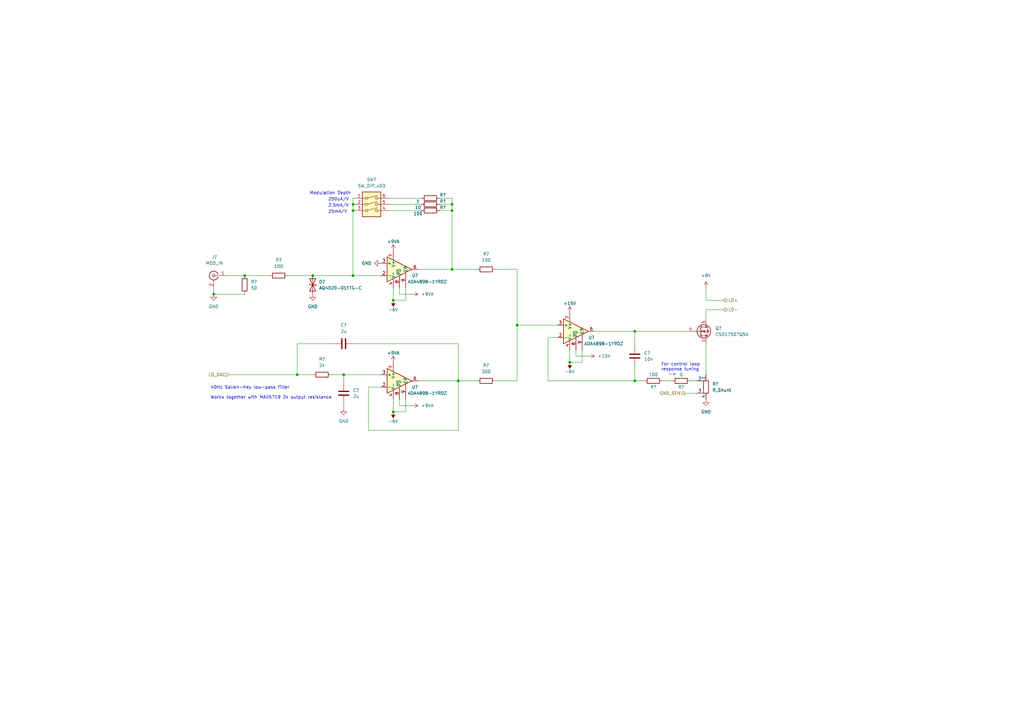
<source format=kicad_sch>
(kicad_sch (version 20211123) (generator eeschema)
  (paper "A3")
  (lib_symbols
    (symbol "Amplifier_Operational:ADA4898-1YRDZ" (pin_names (offset 0.127))
      (property "Reference" "U" (at 3.81 3.81 0))
      (property "Value" "ADA4898-1YRDZ" (at 11.43 -2.54 0))
      (symbol "ADA4898-1YRDZ_1_1"
        (polyline (pts (xy -5.08 5.08) (xy 5.08 0) (xy -5.08 -5.08) (xy -5.08 5.08)) (stroke (width 0.254)) (fill (type background)))
        (pin input line (at -7.62 -2.54 0) (length 2.54) (name "-") (number "2"))
        (pin input line (at -7.62 2.54 0) (length 2.54) (name "+") (number "3"))
        (pin power_in line (at -2.54 -7.62 90) (length 3.81) (name "V-") (number "4"))
        (pin output line (at 7.62 0 180) (length 2.54) (name "~") (number "6"))
        (pin power_in line (at -2.54 7.62 270) (length 3.81) (name "V+") (number "7"))
        (pin input line (at 0 -7.62 90) (length 5.08) (name "~{PD}") (number "8"))
        (pin passive line (at 2.54 -7.62 90) (length 6.35) (name "EP") (number "9"))
      )
    )
    (symbol "Connector:Conn_Coaxial" (pin_names (offset 1.016) hide)
      (property "Reference" "J" (at 0.254 3.048 0))
      (property "Value" "Conn_Coaxial" (at 2.921 0 90))
      (symbol "Conn_Coaxial_0_1"
        (arc (start -1.778 -0.508) (mid 0.2311 -1.8066) (end 1.778 0) (stroke (width 0.254)))
        (polyline (pts (xy -2.54 0) (xy -0.508 0)))
        (polyline (pts (xy 0 -2.54) (xy 0 -1.778)))
        (circle (center 0 0) (radius 0.508) (stroke (width 0.2032)))
        (arc (start 1.778 0) (mid 0.2099 1.8101) (end -1.778 0.508) (stroke (width 0.254)))
      )
      (symbol "Conn_Coaxial_1_1"
        (pin passive line (at -5.08 0 0) (length 2.54) (name "In") (number "1"))
        (pin passive line (at 0 -5.08 90) (length 2.54) (name "Ext") (number "2"))
      )
    )
    (symbol "Device:C" (pin_numbers hide) (pin_names (offset 0.254))
      (property "Reference" "C" (at 0.635 2.54 0))
      (property "Value" "C" (at 0.635 -2.54 0))
      (symbol "C_0_1"
        (polyline (pts (xy -2.032 -0.762) (xy 2.032 -0.762)) (stroke (width 0.508)))
        (polyline (pts (xy -2.032 0.762) (xy 2.032 0.762)) (stroke (width 0.508)))
      )
      (symbol "C_1_1"
        (pin passive line (at 0 3.81 270) (length 2.794) (name "~") (number "1"))
        (pin passive line (at 0 -3.81 90) (length 2.794) (name "~") (number "2"))
      )
    )
    (symbol "Device:D_TVS" (pin_numbers hide) (pin_names (offset 1.016) hide)
      (property "Reference" "D" (at 0 2.54 0))
      (property "Value" "D_TVS" (at 0 -2.54 0))
      (symbol "D_TVS_0_1"
        (polyline (pts (xy 1.27 0) (xy -1.27 0)))
        (polyline (pts (xy 0.508 1.27) (xy 0 1.27) (xy 0 -1.27) (xy -0.508 -1.27)) (stroke (width 0.254)))
        (polyline (pts (xy -2.54 1.27) (xy -2.54 -1.27) (xy 2.54 1.27) (xy 2.54 -1.27) (xy -2.54 1.27)) (stroke (width 0.254)))
      )
      (symbol "D_TVS_1_1"
        (pin passive line (at -3.81 0 0) (length 2.54) (name "A1") (number "1"))
        (pin passive line (at 3.81 0 180) (length 2.54) (name "A2") (number "2"))
      )
    )
    (symbol "Device:R" (pin_numbers hide) (pin_names (offset 0))
      (property "Reference" "R" (at 2.032 0 90))
      (property "Value" "R" (at 0 0 90))
      (symbol "R_0_1"
        (rectangle (start -1.016 -2.54) (end 1.016 2.54) (stroke (width 0.254)))
      )
      (symbol "R_1_1"
        (pin passive line (at 0 3.81 270) (length 1.27) (name "~") (number "1"))
        (pin passive line (at 0 -3.81 90) (length 1.27) (name "~") (number "2"))
      )
    )
    (symbol "Device:R_Shunt" (pin_numbers hide) (pin_names (offset 0))
      (property "Reference" "R" (at -4.445 0 90))
      (property "Value" "R_Shunt" (at -2.54 0 90))
      (symbol "R_Shunt_0_1"
        (rectangle (start -1.016 -2.54) (end 1.016 2.54) (stroke (width 0.254)))
        (polyline (pts (xy 0 -2.54) (xy 1.27 -2.54)))
        (polyline (pts (xy 1.27 2.54) (xy 0 2.54)))
      )
      (symbol "R_Shunt_1_1"
        (pin passive line (at 0 5.08 270) (length 2.54) (name "1") (number "1"))
        (pin passive line (at 3.81 2.54 180) (length 2.54) (name "2") (number "2"))
        (pin passive line (at 3.81 -2.54 180) (length 2.54) (name "3") (number "3"))
        (pin passive line (at 0 -5.08 90) (length 2.54) (name "4") (number "4"))
      )
    )
    (symbol "Switch:SW_DIP_x03" (pin_names (offset 0) hide)
      (property "Reference" "SW" (at 0 8.89 0))
      (property "Value" "SW_DIP_x03" (at 0 -3.81 0))
      (symbol "SW_DIP_x03_0_0"
        (circle (center -2.032 0) (radius 0.508))
        (circle (center -2.032 2.54) (radius 0.508))
        (circle (center -2.032 5.08) (radius 0.508))
        (polyline (pts (xy -1.524 0.127) (xy 2.3622 1.1684)))
        (polyline (pts (xy -1.524 2.667) (xy 2.3622 3.7084)))
        (polyline (pts (xy -1.524 5.207) (xy 2.3622 6.2484)))
        (circle (center 2.032 0) (radius 0.508))
        (circle (center 2.032 2.54) (radius 0.508))
        (circle (center 2.032 5.08) (radius 0.508))
      )
      (symbol "SW_DIP_x03_0_1"
        (rectangle (start -3.81 7.62) (end 3.81 -2.54) (stroke (width 0.254)) (fill (type background)))
      )
      (symbol "SW_DIP_x03_1_1"
        (pin passive line (at -7.62 5.08 0) (length 5.08) (name "~") (number "1"))
        (pin passive line (at -7.62 2.54 0) (length 5.08) (name "~") (number "2"))
        (pin passive line (at -7.62 0 0) (length 5.08) (name "~") (number "3"))
        (pin passive line (at 7.62 0 180) (length 5.08) (name "~") (number "4"))
        (pin passive line (at 7.62 2.54 180) (length 5.08) (name "~") (number "5"))
        (pin passive line (at 7.62 5.08 180) (length 5.08) (name "~") (number "6"))
      )
    )
    (symbol "Transistor_FET:CSD17507Q5A" (pin_names hide)
      (property "Reference" "Q" (at 5.08 1.905 0))
      (property "Value" "CSD17507Q5A" (at 5.08 0 0))
      (symbol "CSD17507Q5A_0_1"
        (polyline (pts (xy 0.254 0) (xy -2.54 0)))
        (polyline (pts (xy 0.254 1.905) (xy 0.254 -1.905)) (stroke (width 0.254)))
        (polyline (pts (xy 0.762 -1.27) (xy 0.762 -2.286)) (stroke (width 0.254)))
        (polyline (pts (xy 0.762 0.508) (xy 0.762 -0.508)) (stroke (width 0.254)))
        (polyline (pts (xy 0.762 2.286) (xy 0.762 1.27)) (stroke (width 0.254)))
        (polyline (pts (xy 2.54 2.54) (xy 2.54 1.778)))
        (polyline (pts (xy 2.54 -2.54) (xy 2.54 0) (xy 0.762 0)))
        (polyline (pts (xy 0.762 -1.778) (xy 3.302 -1.778) (xy 3.302 1.778) (xy 0.762 1.778)))
        (polyline (pts (xy 1.016 0) (xy 2.032 0.381) (xy 2.032 -0.381) (xy 1.016 0)) (fill (type outline)))
        (polyline (pts (xy 2.794 0.508) (xy 2.921 0.381) (xy 3.683 0.381) (xy 3.81 0.254)))
        (polyline (pts (xy 3.302 0.381) (xy 2.921 -0.254) (xy 3.683 -0.254) (xy 3.302 0.381)))
        (circle (center 1.651 0) (radius 2.794) (stroke (width 0.254)))
        (circle (center 2.54 -1.778) (radius 0.254) (fill (type outline)))
        (circle (center 2.54 1.778) (radius 0.254) (fill (type outline)))
      )
      (symbol "CSD17507Q5A_1_1"
        (pin passive line (at 2.54 -5.08 90) (length 2.54) (name "S") (number "1"))
        (pin passive line (at 2.54 -5.08 90) (length 2.54) hide (name "S") (number "2"))
        (pin passive line (at 2.54 -5.08 90) (length 2.54) hide (name "S") (number "3"))
        (pin passive line (at -5.08 0 0) (length 2.54) (name "G") (number "4"))
        (pin passive line (at 2.54 5.08 270) (length 2.54) (name "D") (number "5"))
      )
    )
    (symbol "power:+15V" (power) (pin_names (offset 0))
      (property "Value" "+15V" (at 0 3.556 0))
      (symbol "+15V_0_1"
        (polyline (pts (xy -0.762 1.27) (xy 0 2.54)))
        (polyline (pts (xy 0 0) (xy 0 2.54)))
        (polyline (pts (xy 0 2.54) (xy 0.762 1.27)))
      )
      (symbol "+15V_1_1"
        (pin power_in line (at 0 0 90) (length 0) hide (name "+15V") (number "1"))
      )
    )
    (symbol "power:+8V" (power) (pin_names (offset 0))
      (property "Value" "+8V" (at 0 3.556 0))
      (symbol "+8V_0_1"
        (polyline (pts (xy -0.762 1.27) (xy 0 2.54)))
        (polyline (pts (xy 0 0) (xy 0 2.54)))
        (polyline (pts (xy 0 2.54) (xy 0.762 1.27)))
      )
      (symbol "+8V_1_1"
        (pin power_in line (at 0 0 90) (length 0) hide (name "+8V") (number "1"))
      )
    )
    (symbol "power:+9VA" (power) (pin_names (offset 0))
      (property "Value" "+9VA" (at 0 3.81 0))
      (symbol "+9VA_0_1"
        (polyline (pts (xy -0.762 1.27) (xy 0 2.54)))
        (polyline (pts (xy 0 0) (xy 0 2.54)))
        (polyline (pts (xy 0 2.54) (xy 0.762 1.27)))
      )
      (symbol "+9VA_1_1"
        (pin power_in line (at 0 0 90) (length 0) hide (name "+9VA") (number "1"))
      )
    )
    (symbol "power:-6V" (power) (pin_names (offset 0))
      (property "Value" "-6V" (at 0 3.81 0))
      (symbol "-6V_0_0"
        (pin power_in line (at 0 0 90) (length 0) hide (name "-6V") (number "1"))
      )
      (symbol "-6V_0_1"
        (polyline (pts (xy 0 0) (xy 0 1.27) (xy 0.762 1.27) (xy 0 2.54) (xy -0.762 1.27) (xy 0 1.27)) (fill (type outline)))
      )
    )
    (symbol "power:GND" (power) (pin_names (offset 0))
      (property "Value" "GND" (at 0 -3.81 0))
      (symbol "GND_0_1"
        (polyline (pts (xy 0 0) (xy 0 -1.27) (xy 1.27 -1.27) (xy 0 -2.54) (xy -1.27 -1.27) (xy 0 -1.27)))
      )
      (symbol "GND_1_1"
        (pin power_in line (at 0 0 270) (length 0) hide (name "GND") (number "1"))
      )
    )
  )
  (junction (at 144.78 86.36))
  (junction (at 185.42 110.49))
  (junction (at 233.68 148.59))
  (junction (at 144.78 83.82))
  (junction (at 128.27 113.03))
  (junction (at 100.33 113.03))
  (junction (at 161.29 168.91))
  (junction (at 187.96 156.21))
  (junction (at 161.29 123.19))
  (junction (at 121.92 153.67))
  (junction (at 140.97 153.67))
  (junction (at 185.42 86.36))
  (junction (at 260.35 156.21))
  (junction (at 260.35 135.89))
  (junction (at 185.42 83.82))
  (junction (at 87.63 120.65))
  (junction (at 144.78 113.03))
  (junction (at 212.09 133.35))
  (wire (pts (xy 140.97 165.1) (xy 140.97 167.64)))
  (wire (pts (xy 121.92 153.67) (xy 128.27 153.67)))
  (wire (pts (xy 87.63 120.65) (xy 100.33 120.65)))
  (wire (pts (xy 187.96 156.21) (xy 195.58 156.21)))
  (wire (pts (xy 289.56 130.81) (xy 289.56 127)))
  (wire (pts (xy 144.78 140.97) (xy 187.96 140.97)))
  (wire (pts (xy 87.63 120.65) (xy 87.63 118.11)))
  (wire (pts (xy 260.35 135.89) (xy 260.35 142.24)))
  (wire (pts (xy 243.84 135.89) (xy 260.35 135.89)))
  (wire (pts (xy 163.83 166.37) (xy 168.91 166.37)))
  (wire (pts (xy 128.27 113.03) (xy 144.78 113.03)))
  (wire (pts (xy 203.2 156.21) (xy 212.09 156.21)))
  (wire (pts (xy 100.33 113.03) (xy 110.49 113.03)))
  (wire (pts (xy 92.71 113.03) (xy 100.33 113.03)))
  (wire (pts (xy 185.42 81.28) (xy 185.42 83.82)))
  (wire (pts (xy 185.42 86.36) (xy 185.42 110.49)))
  (wire (pts (xy 118.11 113.03) (xy 128.27 113.03)))
  (wire (pts (xy 236.22 146.05) (xy 241.3 146.05)))
  (wire (pts (xy 185.42 110.49) (xy 195.58 110.49)))
  (wire (pts (xy 180.34 86.36) (xy 185.42 86.36)))
  (wire (pts (xy 260.35 135.89) (xy 281.94 135.89)))
  (wire (pts (xy 171.45 156.21) (xy 187.96 156.21)))
  (wire (pts (xy 140.97 153.67) (xy 156.21 153.67)))
  (wire (pts (xy 135.89 153.67) (xy 140.97 153.67)))
  (wire (pts (xy 160.02 86.36) (xy 172.72 86.36)))
  (wire (pts (xy 187.96 176.53) (xy 187.96 156.21)))
  (wire (pts (xy 289.56 127) (xy 297.18 127)))
  (wire (pts (xy 151.13 158.75) (xy 151.13 176.53)))
  (wire (pts (xy 166.37 123.19) (xy 166.37 118.11)))
  (wire (pts (xy 161.29 118.11) (xy 161.29 123.19)))
  (wire (pts (xy 166.37 168.91) (xy 166.37 163.83)))
  (wire (pts (xy 121.92 140.97) (xy 121.92 153.67)))
  (wire (pts (xy 137.16 140.97) (xy 121.92 140.97)))
  (wire (pts (xy 180.34 81.28) (xy 185.42 81.28)))
  (wire (pts (xy 212.09 133.35) (xy 228.6 133.35)))
  (wire (pts (xy 163.83 118.11) (xy 163.83 120.65)))
  (wire (pts (xy 161.29 123.19) (xy 166.37 123.19)))
  (wire (pts (xy 212.09 110.49) (xy 212.09 133.35)))
  (wire (pts (xy 233.68 148.59) (xy 238.76 148.59)))
  (wire (pts (xy 280.67 161.29) (xy 285.75 161.29)))
  (wire (pts (xy 151.13 176.53) (xy 187.96 176.53)))
  (wire (pts (xy 271.78 156.21) (xy 275.59 156.21)))
  (wire (pts (xy 163.83 163.83) (xy 163.83 166.37)))
  (wire (pts (xy 93.98 153.67) (xy 121.92 153.67)))
  (wire (pts (xy 283.21 156.21) (xy 285.75 156.21)))
  (wire (pts (xy 171.45 110.49) (xy 185.42 110.49)))
  (wire (pts (xy 203.2 110.49) (xy 212.09 110.49)))
  (wire (pts (xy 180.34 83.82) (xy 185.42 83.82)))
  (wire (pts (xy 260.35 156.21) (xy 224.79 156.21)))
  (wire (pts (xy 144.78 81.28) (xy 144.78 83.82)))
  (wire (pts (xy 161.29 168.91) (xy 166.37 168.91)))
  (wire (pts (xy 233.68 143.51) (xy 233.68 148.59)))
  (wire (pts (xy 224.79 156.21) (xy 224.79 138.43)))
  (wire (pts (xy 236.22 143.51) (xy 236.22 146.05)))
  (wire (pts (xy 289.56 123.19) (xy 297.18 123.19)))
  (wire (pts (xy 212.09 156.21) (xy 212.09 133.35)))
  (wire (pts (xy 144.78 83.82) (xy 144.78 86.36)))
  (wire (pts (xy 163.83 120.65) (xy 168.91 120.65)))
  (wire (pts (xy 260.35 156.21) (xy 264.16 156.21)))
  (wire (pts (xy 161.29 163.83) (xy 161.29 168.91)))
  (wire (pts (xy 144.78 86.36) (xy 144.78 113.03)))
  (wire (pts (xy 160.02 83.82) (xy 172.72 83.82)))
  (wire (pts (xy 289.56 118.11) (xy 289.56 123.19)))
  (wire (pts (xy 187.96 140.97) (xy 187.96 156.21)))
  (wire (pts (xy 140.97 153.67) (xy 140.97 157.48)))
  (wire (pts (xy 156.21 158.75) (xy 151.13 158.75)))
  (wire (pts (xy 289.56 140.97) (xy 289.56 153.67)))
  (wire (pts (xy 238.76 148.59) (xy 238.76 143.51)))
  (wire (pts (xy 144.78 113.03) (xy 156.21 113.03)))
  (wire (pts (xy 260.35 149.86) (xy 260.35 156.21)))
  (wire (pts (xy 160.02 81.28) (xy 172.72 81.28)))
  (wire (pts (xy 185.42 83.82) (xy 185.42 86.36)))
  (wire (pts (xy 224.79 138.43) (xy 228.6 138.43)))
  (text "250uA/V" (at 134.62 82.55 0) (effects (font (size 1.27 1.27)) (justify left bottom)))
  (text "2.5mA/V" (at 134.62 85.09 0) (effects (font (size 1.27 1.27)) (justify left bottom)))
  (text "For control loop\nresponse tuning\n   ->" (at 271.145 154.305 0) (effects (font (size 1.27 1.27)) (justify left bottom)))
  (text "25mA/V" (at 134.62 87.63 0) (effects (font (size 1.27 1.27)) (justify left bottom)))
  (text "40Hz Sallen-Key low-pass filter\n\nWorks together with MAX5719 2k output resistance" (at 86.36 163.83 0) (effects (font (size 1.27 1.27)) (justify left bottom)))
  (text "Modulation Depth" (at 127 80.01 0) (effects (font (size 1.27 1.27)) (justify left bottom)))
  (hierarchical_label "LD+" (shape output) (at 297.18 123.19 0))
  (hierarchical_label "GND_SEN" (shape output) (at 280.67 161.29 180))
  (hierarchical_label "LD_DAC" (shape input) (at 93.98 153.67 180))
  (hierarchical_label "LD-" (shape output) (at 297.18 127 0))
  (symbol (lib_id "Device:R") (at 176.53 86.36 90) (unit 1)
    (property "Reference" "R?" (at 181.61 85.09 90))
    (property "Value" "100" (at 171.45 87.63 90))
  )
  (symbol (lib_id "Device:C") (at 140.97 140.97 90) (unit 1)
    (property "Reference" "C?" (at 140.97 133.35 90))
    (property "Value" "2u" (at 140.97 135.89 90))
  )
  (symbol (lib_id "Device:R") (at 279.4 156.21 90) (unit 1)
    (property "Reference" "R?" (at 279.4 158.75 90))
    (property "Value" "0" (at 279.4 153.67 90))
  )
  (symbol (lib_id "Device:R") (at 267.97 156.21 90) (unit 1)
    (property "Reference" "R?" (at 267.97 158.75 90))
    (property "Value" "100" (at 267.97 153.67 90))
  )
  (symbol (lib_id "Amplifier_Operational:ADA4898-1YRDZ") (at 236.22 135.89 0) (unit 1)
    (property "Reference" "U?" (at 242.57 138.43 0))
    (property "Value" "ADA4898-1YRDZ" (at 247.65 140.97 0))
    (property "Footprint" "Package_SO:SOIC-8-1EP_3.9x4.9mm_P1.27mm_EP2.29x3mm" (effects hide))
    (property "Datasheet" "https://www.analog.com/media/en/technical-documentation/data-sheets/ada4898-1_4898-2.pdf" (effects hide))
  )
  (symbol (lib_id "Device:C") (at 260.35 146.05 0) (unit 1)
    (property "Reference" "C?" (at 264.16 144.7799 0) (effects (justify left)))
    (property "Value" "10n" (at 264.16 147.3199 0) (effects (justify left)))
  )
  (symbol (lib_id "Device:R") (at 199.39 156.21 90) (unit 1)
    (property "Reference" "R?" (at 199.39 149.86 90))
    (property "Value" "300" (at 199.39 152.4 90))
  )
  (symbol (lib_id "Switch:SW_DIP_x03") (at 152.4 86.36 0) (unit 1)
    (property "Reference" "SW?" (at 152.4 73.66 0))
    (property "Value" "SW_DIP_x03" (at 152.4 76.2 0))
  )
  (symbol (lib_id "Amplifier_Operational:ADA4898-1YRDZ") (at 163.83 156.21 0) (unit 1)
    (property "Reference" "U?" (at 170.18 158.75 0))
    (property "Value" "ADA4898-1YRDZ" (at 175.26 161.29 0))
    (property "Footprint" "Package_SO:SOIC-8-1EP_3.9x4.9mm_P1.27mm_EP2.29x3mm" (effects hide))
    (property "Datasheet" "https://www.analog.com/media/en/technical-documentation/data-sheets/ada4898-1_4898-2.pdf" (effects hide))
  )
  (symbol (lib_id "power:GND") (at 140.97 167.64 0) (unit 1)
    (property "Reference" "#PWR?" (effects hide))
    (property "Value" "GND" (at 140.97 172.72 0))
  )
  (symbol (lib_id "Device:R") (at 132.08 153.67 90) (unit 1)
    (property "Reference" "R?" (at 132.08 147.32 90))
    (property "Value" "2k" (at 132.08 149.86 90))
  )
  (symbol (lib_id "power:+9VA") (at 168.91 120.65 270) (unit 1)
    (property "Reference" "#PWR?" (effects hide))
    (property "Value" "+9VA" (at 172.72 120.6499 90) (effects (justify left)))
  )
  (symbol (lib_id "Device:R_Shunt") (at 289.56 158.75 0) (mirror y) (unit 1)
    (property "Reference" "R?" (at 292.1 157.4799 0) (effects (justify right)))
    (property "Value" "R_Shunt" (at 292.1 160.0199 0) (effects (justify right)))
  )
  (symbol (lib_id "power:-6V") (at 161.29 168.91 180) (unit 1)
    (property "Reference" "#PWR?" (effects hide))
    (property "Value" "-6V" (at 161.29 172.72 0))
  )
  (symbol (lib_id "power:GND") (at 156.21 107.95 270) (unit 1)
    (property "Reference" "#PWR?" (effects hide))
    (property "Value" "GND" (at 152.4 107.9499 90) (effects (justify right)))
  )
  (symbol (lib_id "power:+15V") (at 241.3 146.05 270) (unit 1)
    (property "Reference" "#PWR?" (effects hide))
    (property "Value" "+15V" (at 245.11 146.05 90) (effects (justify left)))
  )
  (symbol (lib_id "Device:R") (at 199.39 110.49 90) (unit 1)
    (property "Reference" "R?" (at 199.39 104.14 90))
    (property "Value" "100" (at 199.39 106.68 90))
  )
  (symbol (lib_id "Device:R") (at 100.33 116.84 0) (unit 1)
    (property "Reference" "R?" (at 102.87 115.5699 0) (effects (justify left)))
    (property "Value" "50" (at 102.87 118.1099 0) (effects (justify left)))
  )
  (symbol (lib_id "power:GND") (at 128.27 120.65 0) (unit 1)
    (property "Reference" "#PWR?" (effects hide))
    (property "Value" "GND" (at 128.27 125.73 0))
  )
  (symbol (lib_id "Device:R") (at 114.3 113.03 90) (unit 1)
    (property "Reference" "R?" (at 114.3 106.68 90))
    (property "Value" "100" (at 114.3 109.22 90))
  )
  (symbol (lib_id "power:+9VA") (at 168.91 166.37 270) (unit 1)
    (property "Reference" "#PWR?" (effects hide))
    (property "Value" "+9VA" (at 172.72 166.3699 90) (effects (justify left)))
  )
  (symbol (lib_id "power:GND") (at 289.56 163.83 0) (unit 1)
    (property "Reference" "#PWR?" (effects hide))
    (property "Value" "GND" (at 289.56 168.91 0))
  )
  (symbol (lib_id "Device:R") (at 176.53 81.28 90) (unit 1)
    (property "Reference" "R?" (at 181.61 80.01 90))
    (property "Value" "1" (at 171.45 82.55 90))
  )
  (symbol (lib_id "power:+8V") (at 289.56 118.11 0) (unit 1)
    (property "Reference" "#PWR?" (effects hide))
    (property "Value" "+8V" (at 289.56 113.03 0))
  )
  (symbol (lib_id "Amplifier_Operational:ADA4898-1YRDZ") (at 163.83 110.49 0) (unit 1)
    (property "Reference" "U?" (at 170.18 113.03 0))
    (property "Value" "ADA4898-1YRDZ" (at 175.26 115.57 0))
    (property "Footprint" "Package_SO:SOIC-8-1EP_3.9x4.9mm_P1.27mm_EP2.29x3mm" (effects hide))
    (property "Datasheet" "https://www.analog.com/media/en/technical-documentation/data-sheets/ada4898-1_4898-2.pdf" (effects hide))
  )
  (symbol (lib_id "power:-6V") (at 161.29 123.19 180) (unit 1)
    (property "Reference" "#PWR?" (effects hide))
    (property "Value" "-6V" (at 161.29 127 0))
  )
  (symbol (lib_id "power:GND") (at 87.63 120.65 0) (unit 1)
    (property "Reference" "#PWR?" (effects hide))
    (property "Value" "GND" (at 87.63 125.73 0))
  )
  (symbol (lib_id "Transistor_FET:CSD17507Q5A") (at 287.02 135.89 0) (unit 1)
    (property "Reference" "Q?" (at 293.37 134.6199 0) (effects (justify left)))
    (property "Value" "CSD17507Q5A" (at 293.37 137.1599 0) (effects (justify left)))
    (property "Footprint" "Package_TO_SOT_SMD:TDSON-8-1" (effects hide))
    (property "Datasheet" "http://www.ti.com/lit/gpn/csd17507q5a" (effects hide))
  )
  (symbol (lib_id "power:-6V") (at 233.68 148.59 180) (unit 1)
    (property "Reference" "#PWR?" (effects hide))
    (property "Value" "-6V" (at 233.68 152.4 0))
  )
  (symbol (lib_id "Device:R") (at 176.53 83.82 90) (unit 1)
    (property "Reference" "R?" (at 181.61 82.55 90))
    (property "Value" "10" (at 171.45 85.09 90))
  )
  (symbol (lib_id "Device:D_TVS") (at 128.27 116.84 90) (unit 1)
    (property "Reference" "D?" (at 130.81 115.5699 90) (effects (justify right)))
    (property "Value" "AQ4020-01FTG-C" (at 130.81 118.1099 90) (effects (justify right)))
    (property "Datasheet" "https://www.mouser.hk/datasheet/2/240/Littelfuse_tvs_diode_array_AQ4020_datasheet_pdf-1372610.pdf" (effects hide))
  )
  (symbol (lib_id "power:+9VA") (at 161.29 148.59 0) (unit 1)
    (property "Reference" "#PWR?" (effects hide))
    (property "Value" "+9VA" (at 161.29 144.78 0))
  )
  (symbol (lib_id "power:+9VA") (at 161.29 102.87 0) (unit 1)
    (property "Reference" "#PWR?" (effects hide))
    (property "Value" "+9VA" (at 161.29 99.06 0))
  )
  (symbol (lib_id "Device:C") (at 140.97 161.29 0) (unit 1)
    (property "Reference" "C?" (at 144.78 160.0199 0) (effects (justify left)))
    (property "Value" "2u" (at 144.78 162.5599 0) (effects (justify left)))
  )
  (symbol (lib_id "power:+15V") (at 233.68 128.27 0) (unit 1)
    (property "Reference" "#PWR?" (effects hide))
    (property "Value" "+15V" (at 233.68 124.46 0))
  )
  (symbol (lib_id "Connector:Conn_Coaxial") (at 87.63 113.03 0) (mirror y) (unit 1)
    (property "Reference" "J?" (at 87.9474 105.41 0))
    (property "Value" "MOD_IN" (at 87.9474 107.95 0))
    (property "Datasheet" " ~" (effects hide))
  )
)
</source>
